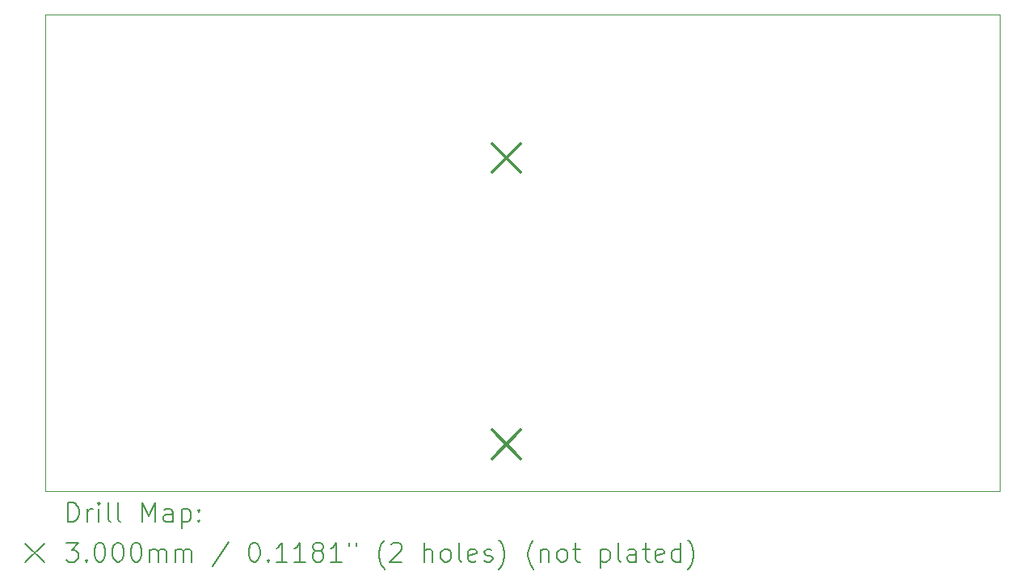
<source format=gbr>
%TF.GenerationSoftware,KiCad,Pcbnew,7.0.1*%
%TF.CreationDate,2024-03-29T16:21:10+01:00*%
%TF.ProjectId,carte_generale,63617274-655f-4676-956e-6572616c652e,Cyril_ Eliott*%
%TF.SameCoordinates,Original*%
%TF.FileFunction,Drillmap*%
%TF.FilePolarity,Positive*%
%FSLAX45Y45*%
G04 Gerber Fmt 4.5, Leading zero omitted, Abs format (unit mm)*
G04 Created by KiCad (PCBNEW 7.0.1) date 2024-03-29 16:21:10*
%MOMM*%
%LPD*%
G01*
G04 APERTURE LIST*
%ADD10C,0.100000*%
%ADD11C,0.200000*%
%ADD12C,0.300000*%
G04 APERTURE END LIST*
D10*
X14668500Y-6096000D02*
X24668500Y-6096000D01*
X24668500Y-11096000D01*
X14668500Y-11096000D01*
X14668500Y-6096000D01*
D11*
D12*
X19350000Y-7450000D02*
X19650000Y-7750000D01*
X19650000Y-7450000D02*
X19350000Y-7750000D01*
X19350000Y-10450000D02*
X19650000Y-10750000D01*
X19650000Y-10450000D02*
X19350000Y-10750000D01*
D11*
X14911119Y-11413524D02*
X14911119Y-11213524D01*
X14911119Y-11213524D02*
X14958738Y-11213524D01*
X14958738Y-11213524D02*
X14987309Y-11223048D01*
X14987309Y-11223048D02*
X15006357Y-11242095D01*
X15006357Y-11242095D02*
X15015881Y-11261143D01*
X15015881Y-11261143D02*
X15025405Y-11299238D01*
X15025405Y-11299238D02*
X15025405Y-11327809D01*
X15025405Y-11327809D02*
X15015881Y-11365905D01*
X15015881Y-11365905D02*
X15006357Y-11384952D01*
X15006357Y-11384952D02*
X14987309Y-11404000D01*
X14987309Y-11404000D02*
X14958738Y-11413524D01*
X14958738Y-11413524D02*
X14911119Y-11413524D01*
X15111119Y-11413524D02*
X15111119Y-11280190D01*
X15111119Y-11318286D02*
X15120643Y-11299238D01*
X15120643Y-11299238D02*
X15130167Y-11289714D01*
X15130167Y-11289714D02*
X15149214Y-11280190D01*
X15149214Y-11280190D02*
X15168262Y-11280190D01*
X15234928Y-11413524D02*
X15234928Y-11280190D01*
X15234928Y-11213524D02*
X15225405Y-11223048D01*
X15225405Y-11223048D02*
X15234928Y-11232571D01*
X15234928Y-11232571D02*
X15244452Y-11223048D01*
X15244452Y-11223048D02*
X15234928Y-11213524D01*
X15234928Y-11213524D02*
X15234928Y-11232571D01*
X15358738Y-11413524D02*
X15339690Y-11404000D01*
X15339690Y-11404000D02*
X15330167Y-11384952D01*
X15330167Y-11384952D02*
X15330167Y-11213524D01*
X15463500Y-11413524D02*
X15444452Y-11404000D01*
X15444452Y-11404000D02*
X15434928Y-11384952D01*
X15434928Y-11384952D02*
X15434928Y-11213524D01*
X15692071Y-11413524D02*
X15692071Y-11213524D01*
X15692071Y-11213524D02*
X15758738Y-11356381D01*
X15758738Y-11356381D02*
X15825405Y-11213524D01*
X15825405Y-11213524D02*
X15825405Y-11413524D01*
X16006357Y-11413524D02*
X16006357Y-11308762D01*
X16006357Y-11308762D02*
X15996833Y-11289714D01*
X15996833Y-11289714D02*
X15977786Y-11280190D01*
X15977786Y-11280190D02*
X15939690Y-11280190D01*
X15939690Y-11280190D02*
X15920643Y-11289714D01*
X16006357Y-11404000D02*
X15987309Y-11413524D01*
X15987309Y-11413524D02*
X15939690Y-11413524D01*
X15939690Y-11413524D02*
X15920643Y-11404000D01*
X15920643Y-11404000D02*
X15911119Y-11384952D01*
X15911119Y-11384952D02*
X15911119Y-11365905D01*
X15911119Y-11365905D02*
X15920643Y-11346857D01*
X15920643Y-11346857D02*
X15939690Y-11337333D01*
X15939690Y-11337333D02*
X15987309Y-11337333D01*
X15987309Y-11337333D02*
X16006357Y-11327809D01*
X16101595Y-11280190D02*
X16101595Y-11480190D01*
X16101595Y-11289714D02*
X16120643Y-11280190D01*
X16120643Y-11280190D02*
X16158738Y-11280190D01*
X16158738Y-11280190D02*
X16177786Y-11289714D01*
X16177786Y-11289714D02*
X16187309Y-11299238D01*
X16187309Y-11299238D02*
X16196833Y-11318286D01*
X16196833Y-11318286D02*
X16196833Y-11375428D01*
X16196833Y-11375428D02*
X16187309Y-11394476D01*
X16187309Y-11394476D02*
X16177786Y-11404000D01*
X16177786Y-11404000D02*
X16158738Y-11413524D01*
X16158738Y-11413524D02*
X16120643Y-11413524D01*
X16120643Y-11413524D02*
X16101595Y-11404000D01*
X16282548Y-11394476D02*
X16292071Y-11404000D01*
X16292071Y-11404000D02*
X16282548Y-11413524D01*
X16282548Y-11413524D02*
X16273024Y-11404000D01*
X16273024Y-11404000D02*
X16282548Y-11394476D01*
X16282548Y-11394476D02*
X16282548Y-11413524D01*
X16282548Y-11289714D02*
X16292071Y-11299238D01*
X16292071Y-11299238D02*
X16282548Y-11308762D01*
X16282548Y-11308762D02*
X16273024Y-11299238D01*
X16273024Y-11299238D02*
X16282548Y-11289714D01*
X16282548Y-11289714D02*
X16282548Y-11308762D01*
X14463500Y-11641000D02*
X14663500Y-11841000D01*
X14663500Y-11641000D02*
X14463500Y-11841000D01*
X14892071Y-11633524D02*
X15015881Y-11633524D01*
X15015881Y-11633524D02*
X14949214Y-11709714D01*
X14949214Y-11709714D02*
X14977786Y-11709714D01*
X14977786Y-11709714D02*
X14996833Y-11719238D01*
X14996833Y-11719238D02*
X15006357Y-11728762D01*
X15006357Y-11728762D02*
X15015881Y-11747809D01*
X15015881Y-11747809D02*
X15015881Y-11795428D01*
X15015881Y-11795428D02*
X15006357Y-11814476D01*
X15006357Y-11814476D02*
X14996833Y-11824000D01*
X14996833Y-11824000D02*
X14977786Y-11833524D01*
X14977786Y-11833524D02*
X14920643Y-11833524D01*
X14920643Y-11833524D02*
X14901595Y-11824000D01*
X14901595Y-11824000D02*
X14892071Y-11814476D01*
X15101595Y-11814476D02*
X15111119Y-11824000D01*
X15111119Y-11824000D02*
X15101595Y-11833524D01*
X15101595Y-11833524D02*
X15092071Y-11824000D01*
X15092071Y-11824000D02*
X15101595Y-11814476D01*
X15101595Y-11814476D02*
X15101595Y-11833524D01*
X15234928Y-11633524D02*
X15253976Y-11633524D01*
X15253976Y-11633524D02*
X15273024Y-11643048D01*
X15273024Y-11643048D02*
X15282548Y-11652571D01*
X15282548Y-11652571D02*
X15292071Y-11671619D01*
X15292071Y-11671619D02*
X15301595Y-11709714D01*
X15301595Y-11709714D02*
X15301595Y-11757333D01*
X15301595Y-11757333D02*
X15292071Y-11795428D01*
X15292071Y-11795428D02*
X15282548Y-11814476D01*
X15282548Y-11814476D02*
X15273024Y-11824000D01*
X15273024Y-11824000D02*
X15253976Y-11833524D01*
X15253976Y-11833524D02*
X15234928Y-11833524D01*
X15234928Y-11833524D02*
X15215881Y-11824000D01*
X15215881Y-11824000D02*
X15206357Y-11814476D01*
X15206357Y-11814476D02*
X15196833Y-11795428D01*
X15196833Y-11795428D02*
X15187309Y-11757333D01*
X15187309Y-11757333D02*
X15187309Y-11709714D01*
X15187309Y-11709714D02*
X15196833Y-11671619D01*
X15196833Y-11671619D02*
X15206357Y-11652571D01*
X15206357Y-11652571D02*
X15215881Y-11643048D01*
X15215881Y-11643048D02*
X15234928Y-11633524D01*
X15425405Y-11633524D02*
X15444452Y-11633524D01*
X15444452Y-11633524D02*
X15463500Y-11643048D01*
X15463500Y-11643048D02*
X15473024Y-11652571D01*
X15473024Y-11652571D02*
X15482548Y-11671619D01*
X15482548Y-11671619D02*
X15492071Y-11709714D01*
X15492071Y-11709714D02*
X15492071Y-11757333D01*
X15492071Y-11757333D02*
X15482548Y-11795428D01*
X15482548Y-11795428D02*
X15473024Y-11814476D01*
X15473024Y-11814476D02*
X15463500Y-11824000D01*
X15463500Y-11824000D02*
X15444452Y-11833524D01*
X15444452Y-11833524D02*
X15425405Y-11833524D01*
X15425405Y-11833524D02*
X15406357Y-11824000D01*
X15406357Y-11824000D02*
X15396833Y-11814476D01*
X15396833Y-11814476D02*
X15387309Y-11795428D01*
X15387309Y-11795428D02*
X15377786Y-11757333D01*
X15377786Y-11757333D02*
X15377786Y-11709714D01*
X15377786Y-11709714D02*
X15387309Y-11671619D01*
X15387309Y-11671619D02*
X15396833Y-11652571D01*
X15396833Y-11652571D02*
X15406357Y-11643048D01*
X15406357Y-11643048D02*
X15425405Y-11633524D01*
X15615881Y-11633524D02*
X15634929Y-11633524D01*
X15634929Y-11633524D02*
X15653976Y-11643048D01*
X15653976Y-11643048D02*
X15663500Y-11652571D01*
X15663500Y-11652571D02*
X15673024Y-11671619D01*
X15673024Y-11671619D02*
X15682548Y-11709714D01*
X15682548Y-11709714D02*
X15682548Y-11757333D01*
X15682548Y-11757333D02*
X15673024Y-11795428D01*
X15673024Y-11795428D02*
X15663500Y-11814476D01*
X15663500Y-11814476D02*
X15653976Y-11824000D01*
X15653976Y-11824000D02*
X15634929Y-11833524D01*
X15634929Y-11833524D02*
X15615881Y-11833524D01*
X15615881Y-11833524D02*
X15596833Y-11824000D01*
X15596833Y-11824000D02*
X15587309Y-11814476D01*
X15587309Y-11814476D02*
X15577786Y-11795428D01*
X15577786Y-11795428D02*
X15568262Y-11757333D01*
X15568262Y-11757333D02*
X15568262Y-11709714D01*
X15568262Y-11709714D02*
X15577786Y-11671619D01*
X15577786Y-11671619D02*
X15587309Y-11652571D01*
X15587309Y-11652571D02*
X15596833Y-11643048D01*
X15596833Y-11643048D02*
X15615881Y-11633524D01*
X15768262Y-11833524D02*
X15768262Y-11700190D01*
X15768262Y-11719238D02*
X15777786Y-11709714D01*
X15777786Y-11709714D02*
X15796833Y-11700190D01*
X15796833Y-11700190D02*
X15825405Y-11700190D01*
X15825405Y-11700190D02*
X15844452Y-11709714D01*
X15844452Y-11709714D02*
X15853976Y-11728762D01*
X15853976Y-11728762D02*
X15853976Y-11833524D01*
X15853976Y-11728762D02*
X15863500Y-11709714D01*
X15863500Y-11709714D02*
X15882548Y-11700190D01*
X15882548Y-11700190D02*
X15911119Y-11700190D01*
X15911119Y-11700190D02*
X15930167Y-11709714D01*
X15930167Y-11709714D02*
X15939690Y-11728762D01*
X15939690Y-11728762D02*
X15939690Y-11833524D01*
X16034929Y-11833524D02*
X16034929Y-11700190D01*
X16034929Y-11719238D02*
X16044452Y-11709714D01*
X16044452Y-11709714D02*
X16063500Y-11700190D01*
X16063500Y-11700190D02*
X16092071Y-11700190D01*
X16092071Y-11700190D02*
X16111119Y-11709714D01*
X16111119Y-11709714D02*
X16120643Y-11728762D01*
X16120643Y-11728762D02*
X16120643Y-11833524D01*
X16120643Y-11728762D02*
X16130167Y-11709714D01*
X16130167Y-11709714D02*
X16149214Y-11700190D01*
X16149214Y-11700190D02*
X16177786Y-11700190D01*
X16177786Y-11700190D02*
X16196833Y-11709714D01*
X16196833Y-11709714D02*
X16206357Y-11728762D01*
X16206357Y-11728762D02*
X16206357Y-11833524D01*
X16596833Y-11624000D02*
X16425405Y-11881143D01*
X16853976Y-11633524D02*
X16873024Y-11633524D01*
X16873024Y-11633524D02*
X16892072Y-11643048D01*
X16892072Y-11643048D02*
X16901595Y-11652571D01*
X16901595Y-11652571D02*
X16911119Y-11671619D01*
X16911119Y-11671619D02*
X16920643Y-11709714D01*
X16920643Y-11709714D02*
X16920643Y-11757333D01*
X16920643Y-11757333D02*
X16911119Y-11795428D01*
X16911119Y-11795428D02*
X16901595Y-11814476D01*
X16901595Y-11814476D02*
X16892072Y-11824000D01*
X16892072Y-11824000D02*
X16873024Y-11833524D01*
X16873024Y-11833524D02*
X16853976Y-11833524D01*
X16853976Y-11833524D02*
X16834929Y-11824000D01*
X16834929Y-11824000D02*
X16825405Y-11814476D01*
X16825405Y-11814476D02*
X16815881Y-11795428D01*
X16815881Y-11795428D02*
X16806357Y-11757333D01*
X16806357Y-11757333D02*
X16806357Y-11709714D01*
X16806357Y-11709714D02*
X16815881Y-11671619D01*
X16815881Y-11671619D02*
X16825405Y-11652571D01*
X16825405Y-11652571D02*
X16834929Y-11643048D01*
X16834929Y-11643048D02*
X16853976Y-11633524D01*
X17006357Y-11814476D02*
X17015881Y-11824000D01*
X17015881Y-11824000D02*
X17006357Y-11833524D01*
X17006357Y-11833524D02*
X16996834Y-11824000D01*
X16996834Y-11824000D02*
X17006357Y-11814476D01*
X17006357Y-11814476D02*
X17006357Y-11833524D01*
X17206357Y-11833524D02*
X17092072Y-11833524D01*
X17149214Y-11833524D02*
X17149214Y-11633524D01*
X17149214Y-11633524D02*
X17130167Y-11662095D01*
X17130167Y-11662095D02*
X17111119Y-11681143D01*
X17111119Y-11681143D02*
X17092072Y-11690667D01*
X17396834Y-11833524D02*
X17282548Y-11833524D01*
X17339691Y-11833524D02*
X17339691Y-11633524D01*
X17339691Y-11633524D02*
X17320643Y-11662095D01*
X17320643Y-11662095D02*
X17301595Y-11681143D01*
X17301595Y-11681143D02*
X17282548Y-11690667D01*
X17511119Y-11719238D02*
X17492072Y-11709714D01*
X17492072Y-11709714D02*
X17482548Y-11700190D01*
X17482548Y-11700190D02*
X17473024Y-11681143D01*
X17473024Y-11681143D02*
X17473024Y-11671619D01*
X17473024Y-11671619D02*
X17482548Y-11652571D01*
X17482548Y-11652571D02*
X17492072Y-11643048D01*
X17492072Y-11643048D02*
X17511119Y-11633524D01*
X17511119Y-11633524D02*
X17549215Y-11633524D01*
X17549215Y-11633524D02*
X17568262Y-11643048D01*
X17568262Y-11643048D02*
X17577786Y-11652571D01*
X17577786Y-11652571D02*
X17587310Y-11671619D01*
X17587310Y-11671619D02*
X17587310Y-11681143D01*
X17587310Y-11681143D02*
X17577786Y-11700190D01*
X17577786Y-11700190D02*
X17568262Y-11709714D01*
X17568262Y-11709714D02*
X17549215Y-11719238D01*
X17549215Y-11719238D02*
X17511119Y-11719238D01*
X17511119Y-11719238D02*
X17492072Y-11728762D01*
X17492072Y-11728762D02*
X17482548Y-11738286D01*
X17482548Y-11738286D02*
X17473024Y-11757333D01*
X17473024Y-11757333D02*
X17473024Y-11795428D01*
X17473024Y-11795428D02*
X17482548Y-11814476D01*
X17482548Y-11814476D02*
X17492072Y-11824000D01*
X17492072Y-11824000D02*
X17511119Y-11833524D01*
X17511119Y-11833524D02*
X17549215Y-11833524D01*
X17549215Y-11833524D02*
X17568262Y-11824000D01*
X17568262Y-11824000D02*
X17577786Y-11814476D01*
X17577786Y-11814476D02*
X17587310Y-11795428D01*
X17587310Y-11795428D02*
X17587310Y-11757333D01*
X17587310Y-11757333D02*
X17577786Y-11738286D01*
X17577786Y-11738286D02*
X17568262Y-11728762D01*
X17568262Y-11728762D02*
X17549215Y-11719238D01*
X17777786Y-11833524D02*
X17663500Y-11833524D01*
X17720643Y-11833524D02*
X17720643Y-11633524D01*
X17720643Y-11633524D02*
X17701595Y-11662095D01*
X17701595Y-11662095D02*
X17682548Y-11681143D01*
X17682548Y-11681143D02*
X17663500Y-11690667D01*
X17853976Y-11633524D02*
X17853976Y-11671619D01*
X17930167Y-11633524D02*
X17930167Y-11671619D01*
X18225405Y-11909714D02*
X18215881Y-11900190D01*
X18215881Y-11900190D02*
X18196834Y-11871619D01*
X18196834Y-11871619D02*
X18187310Y-11852571D01*
X18187310Y-11852571D02*
X18177786Y-11824000D01*
X18177786Y-11824000D02*
X18168262Y-11776381D01*
X18168262Y-11776381D02*
X18168262Y-11738286D01*
X18168262Y-11738286D02*
X18177786Y-11690667D01*
X18177786Y-11690667D02*
X18187310Y-11662095D01*
X18187310Y-11662095D02*
X18196834Y-11643048D01*
X18196834Y-11643048D02*
X18215881Y-11614476D01*
X18215881Y-11614476D02*
X18225405Y-11604952D01*
X18292072Y-11652571D02*
X18301596Y-11643048D01*
X18301596Y-11643048D02*
X18320643Y-11633524D01*
X18320643Y-11633524D02*
X18368262Y-11633524D01*
X18368262Y-11633524D02*
X18387310Y-11643048D01*
X18387310Y-11643048D02*
X18396834Y-11652571D01*
X18396834Y-11652571D02*
X18406357Y-11671619D01*
X18406357Y-11671619D02*
X18406357Y-11690667D01*
X18406357Y-11690667D02*
X18396834Y-11719238D01*
X18396834Y-11719238D02*
X18282548Y-11833524D01*
X18282548Y-11833524D02*
X18406357Y-11833524D01*
X18644453Y-11833524D02*
X18644453Y-11633524D01*
X18730167Y-11833524D02*
X18730167Y-11728762D01*
X18730167Y-11728762D02*
X18720643Y-11709714D01*
X18720643Y-11709714D02*
X18701596Y-11700190D01*
X18701596Y-11700190D02*
X18673024Y-11700190D01*
X18673024Y-11700190D02*
X18653977Y-11709714D01*
X18653977Y-11709714D02*
X18644453Y-11719238D01*
X18853977Y-11833524D02*
X18834929Y-11824000D01*
X18834929Y-11824000D02*
X18825405Y-11814476D01*
X18825405Y-11814476D02*
X18815881Y-11795428D01*
X18815881Y-11795428D02*
X18815881Y-11738286D01*
X18815881Y-11738286D02*
X18825405Y-11719238D01*
X18825405Y-11719238D02*
X18834929Y-11709714D01*
X18834929Y-11709714D02*
X18853977Y-11700190D01*
X18853977Y-11700190D02*
X18882548Y-11700190D01*
X18882548Y-11700190D02*
X18901596Y-11709714D01*
X18901596Y-11709714D02*
X18911119Y-11719238D01*
X18911119Y-11719238D02*
X18920643Y-11738286D01*
X18920643Y-11738286D02*
X18920643Y-11795428D01*
X18920643Y-11795428D02*
X18911119Y-11814476D01*
X18911119Y-11814476D02*
X18901596Y-11824000D01*
X18901596Y-11824000D02*
X18882548Y-11833524D01*
X18882548Y-11833524D02*
X18853977Y-11833524D01*
X19034929Y-11833524D02*
X19015881Y-11824000D01*
X19015881Y-11824000D02*
X19006358Y-11804952D01*
X19006358Y-11804952D02*
X19006358Y-11633524D01*
X19187310Y-11824000D02*
X19168262Y-11833524D01*
X19168262Y-11833524D02*
X19130167Y-11833524D01*
X19130167Y-11833524D02*
X19111119Y-11824000D01*
X19111119Y-11824000D02*
X19101596Y-11804952D01*
X19101596Y-11804952D02*
X19101596Y-11728762D01*
X19101596Y-11728762D02*
X19111119Y-11709714D01*
X19111119Y-11709714D02*
X19130167Y-11700190D01*
X19130167Y-11700190D02*
X19168262Y-11700190D01*
X19168262Y-11700190D02*
X19187310Y-11709714D01*
X19187310Y-11709714D02*
X19196834Y-11728762D01*
X19196834Y-11728762D02*
X19196834Y-11747809D01*
X19196834Y-11747809D02*
X19101596Y-11766857D01*
X19273024Y-11824000D02*
X19292072Y-11833524D01*
X19292072Y-11833524D02*
X19330167Y-11833524D01*
X19330167Y-11833524D02*
X19349215Y-11824000D01*
X19349215Y-11824000D02*
X19358739Y-11804952D01*
X19358739Y-11804952D02*
X19358739Y-11795428D01*
X19358739Y-11795428D02*
X19349215Y-11776381D01*
X19349215Y-11776381D02*
X19330167Y-11766857D01*
X19330167Y-11766857D02*
X19301596Y-11766857D01*
X19301596Y-11766857D02*
X19282548Y-11757333D01*
X19282548Y-11757333D02*
X19273024Y-11738286D01*
X19273024Y-11738286D02*
X19273024Y-11728762D01*
X19273024Y-11728762D02*
X19282548Y-11709714D01*
X19282548Y-11709714D02*
X19301596Y-11700190D01*
X19301596Y-11700190D02*
X19330167Y-11700190D01*
X19330167Y-11700190D02*
X19349215Y-11709714D01*
X19425405Y-11909714D02*
X19434929Y-11900190D01*
X19434929Y-11900190D02*
X19453977Y-11871619D01*
X19453977Y-11871619D02*
X19463500Y-11852571D01*
X19463500Y-11852571D02*
X19473024Y-11824000D01*
X19473024Y-11824000D02*
X19482548Y-11776381D01*
X19482548Y-11776381D02*
X19482548Y-11738286D01*
X19482548Y-11738286D02*
X19473024Y-11690667D01*
X19473024Y-11690667D02*
X19463500Y-11662095D01*
X19463500Y-11662095D02*
X19453977Y-11643048D01*
X19453977Y-11643048D02*
X19434929Y-11614476D01*
X19434929Y-11614476D02*
X19425405Y-11604952D01*
X19787310Y-11909714D02*
X19777786Y-11900190D01*
X19777786Y-11900190D02*
X19758739Y-11871619D01*
X19758739Y-11871619D02*
X19749215Y-11852571D01*
X19749215Y-11852571D02*
X19739691Y-11824000D01*
X19739691Y-11824000D02*
X19730167Y-11776381D01*
X19730167Y-11776381D02*
X19730167Y-11738286D01*
X19730167Y-11738286D02*
X19739691Y-11690667D01*
X19739691Y-11690667D02*
X19749215Y-11662095D01*
X19749215Y-11662095D02*
X19758739Y-11643048D01*
X19758739Y-11643048D02*
X19777786Y-11614476D01*
X19777786Y-11614476D02*
X19787310Y-11604952D01*
X19863500Y-11700190D02*
X19863500Y-11833524D01*
X19863500Y-11719238D02*
X19873024Y-11709714D01*
X19873024Y-11709714D02*
X19892072Y-11700190D01*
X19892072Y-11700190D02*
X19920643Y-11700190D01*
X19920643Y-11700190D02*
X19939691Y-11709714D01*
X19939691Y-11709714D02*
X19949215Y-11728762D01*
X19949215Y-11728762D02*
X19949215Y-11833524D01*
X20073024Y-11833524D02*
X20053977Y-11824000D01*
X20053977Y-11824000D02*
X20044453Y-11814476D01*
X20044453Y-11814476D02*
X20034929Y-11795428D01*
X20034929Y-11795428D02*
X20034929Y-11738286D01*
X20034929Y-11738286D02*
X20044453Y-11719238D01*
X20044453Y-11719238D02*
X20053977Y-11709714D01*
X20053977Y-11709714D02*
X20073024Y-11700190D01*
X20073024Y-11700190D02*
X20101596Y-11700190D01*
X20101596Y-11700190D02*
X20120643Y-11709714D01*
X20120643Y-11709714D02*
X20130167Y-11719238D01*
X20130167Y-11719238D02*
X20139691Y-11738286D01*
X20139691Y-11738286D02*
X20139691Y-11795428D01*
X20139691Y-11795428D02*
X20130167Y-11814476D01*
X20130167Y-11814476D02*
X20120643Y-11824000D01*
X20120643Y-11824000D02*
X20101596Y-11833524D01*
X20101596Y-11833524D02*
X20073024Y-11833524D01*
X20196834Y-11700190D02*
X20273024Y-11700190D01*
X20225405Y-11633524D02*
X20225405Y-11804952D01*
X20225405Y-11804952D02*
X20234929Y-11824000D01*
X20234929Y-11824000D02*
X20253977Y-11833524D01*
X20253977Y-11833524D02*
X20273024Y-11833524D01*
X20492072Y-11700190D02*
X20492072Y-11900190D01*
X20492072Y-11709714D02*
X20511120Y-11700190D01*
X20511120Y-11700190D02*
X20549215Y-11700190D01*
X20549215Y-11700190D02*
X20568262Y-11709714D01*
X20568262Y-11709714D02*
X20577786Y-11719238D01*
X20577786Y-11719238D02*
X20587310Y-11738286D01*
X20587310Y-11738286D02*
X20587310Y-11795428D01*
X20587310Y-11795428D02*
X20577786Y-11814476D01*
X20577786Y-11814476D02*
X20568262Y-11824000D01*
X20568262Y-11824000D02*
X20549215Y-11833524D01*
X20549215Y-11833524D02*
X20511120Y-11833524D01*
X20511120Y-11833524D02*
X20492072Y-11824000D01*
X20701596Y-11833524D02*
X20682548Y-11824000D01*
X20682548Y-11824000D02*
X20673024Y-11804952D01*
X20673024Y-11804952D02*
X20673024Y-11633524D01*
X20863501Y-11833524D02*
X20863501Y-11728762D01*
X20863501Y-11728762D02*
X20853977Y-11709714D01*
X20853977Y-11709714D02*
X20834929Y-11700190D01*
X20834929Y-11700190D02*
X20796834Y-11700190D01*
X20796834Y-11700190D02*
X20777786Y-11709714D01*
X20863501Y-11824000D02*
X20844453Y-11833524D01*
X20844453Y-11833524D02*
X20796834Y-11833524D01*
X20796834Y-11833524D02*
X20777786Y-11824000D01*
X20777786Y-11824000D02*
X20768262Y-11804952D01*
X20768262Y-11804952D02*
X20768262Y-11785905D01*
X20768262Y-11785905D02*
X20777786Y-11766857D01*
X20777786Y-11766857D02*
X20796834Y-11757333D01*
X20796834Y-11757333D02*
X20844453Y-11757333D01*
X20844453Y-11757333D02*
X20863501Y-11747809D01*
X20930167Y-11700190D02*
X21006358Y-11700190D01*
X20958739Y-11633524D02*
X20958739Y-11804952D01*
X20958739Y-11804952D02*
X20968262Y-11824000D01*
X20968262Y-11824000D02*
X20987310Y-11833524D01*
X20987310Y-11833524D02*
X21006358Y-11833524D01*
X21149215Y-11824000D02*
X21130167Y-11833524D01*
X21130167Y-11833524D02*
X21092072Y-11833524D01*
X21092072Y-11833524D02*
X21073024Y-11824000D01*
X21073024Y-11824000D02*
X21063501Y-11804952D01*
X21063501Y-11804952D02*
X21063501Y-11728762D01*
X21063501Y-11728762D02*
X21073024Y-11709714D01*
X21073024Y-11709714D02*
X21092072Y-11700190D01*
X21092072Y-11700190D02*
X21130167Y-11700190D01*
X21130167Y-11700190D02*
X21149215Y-11709714D01*
X21149215Y-11709714D02*
X21158739Y-11728762D01*
X21158739Y-11728762D02*
X21158739Y-11747809D01*
X21158739Y-11747809D02*
X21063501Y-11766857D01*
X21330167Y-11833524D02*
X21330167Y-11633524D01*
X21330167Y-11824000D02*
X21311120Y-11833524D01*
X21311120Y-11833524D02*
X21273024Y-11833524D01*
X21273024Y-11833524D02*
X21253977Y-11824000D01*
X21253977Y-11824000D02*
X21244453Y-11814476D01*
X21244453Y-11814476D02*
X21234929Y-11795428D01*
X21234929Y-11795428D02*
X21234929Y-11738286D01*
X21234929Y-11738286D02*
X21244453Y-11719238D01*
X21244453Y-11719238D02*
X21253977Y-11709714D01*
X21253977Y-11709714D02*
X21273024Y-11700190D01*
X21273024Y-11700190D02*
X21311120Y-11700190D01*
X21311120Y-11700190D02*
X21330167Y-11709714D01*
X21406358Y-11909714D02*
X21415882Y-11900190D01*
X21415882Y-11900190D02*
X21434929Y-11871619D01*
X21434929Y-11871619D02*
X21444453Y-11852571D01*
X21444453Y-11852571D02*
X21453977Y-11824000D01*
X21453977Y-11824000D02*
X21463501Y-11776381D01*
X21463501Y-11776381D02*
X21463501Y-11738286D01*
X21463501Y-11738286D02*
X21453977Y-11690667D01*
X21453977Y-11690667D02*
X21444453Y-11662095D01*
X21444453Y-11662095D02*
X21434929Y-11643048D01*
X21434929Y-11643048D02*
X21415882Y-11614476D01*
X21415882Y-11614476D02*
X21406358Y-11604952D01*
M02*

</source>
